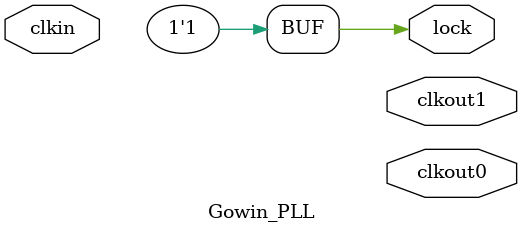
<source format=sv>

`default_nettype none

module Gowin_PLL
        (
            input   var logic   clkin   ,
            output  var logic   clkout0 ,
            output  var logic   clkout1 ,
            output  var logic   lock    
        );

    assign lock = 1'b1;

endmodule

`default_nettype wire



</source>
